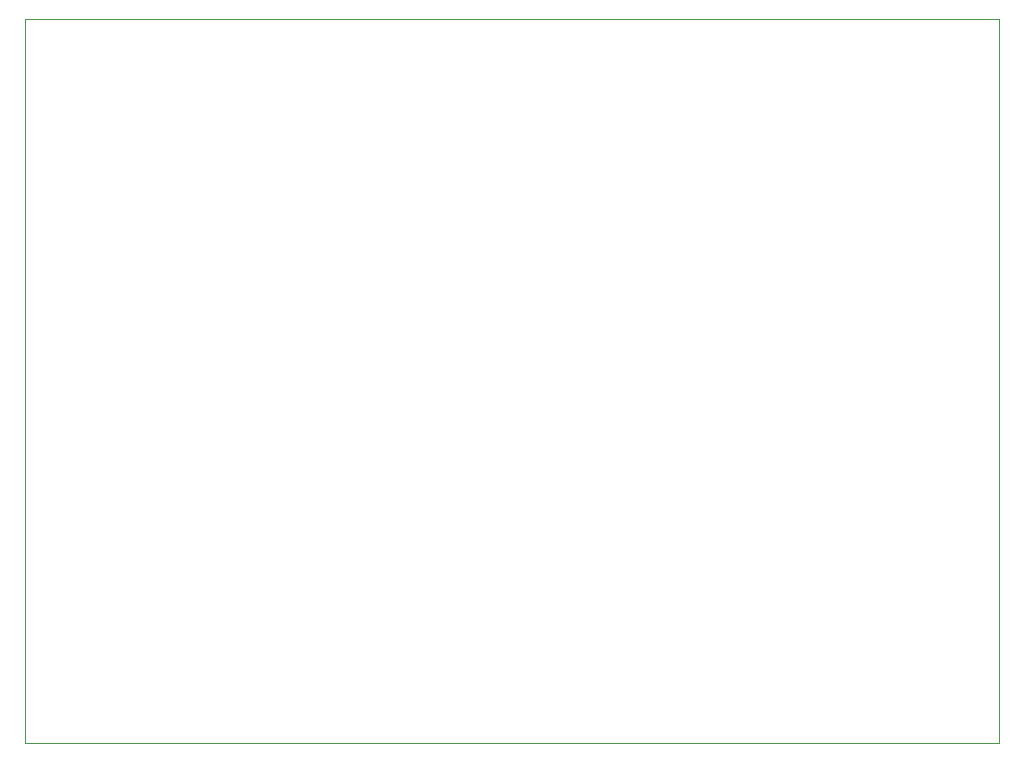
<source format=gbr>
%TF.GenerationSoftware,KiCad,Pcbnew,8.0.4*%
%TF.CreationDate,2024-11-27T12:35:37+01:00*%
%TF.ProjectId,Filtre_V2_FPGA_SMD-SMH_LD,46696c74-7265-45f5-9632-5f465047415f,rev?*%
%TF.SameCoordinates,Original*%
%TF.FileFunction,Profile,NP*%
%FSLAX46Y46*%
G04 Gerber Fmt 4.6, Leading zero omitted, Abs format (unit mm)*
G04 Created by KiCad (PCBNEW 8.0.4) date 2024-11-27 12:35:37*
%MOMM*%
%LPD*%
G01*
G04 APERTURE LIST*
%TA.AperFunction,Profile*%
%ADD10C,0.050000*%
%TD*%
G04 APERTURE END LIST*
D10*
X101300000Y-62800000D02*
X183800000Y-62800000D01*
X183800000Y-124100000D01*
X101300000Y-124100000D01*
X101300000Y-62800000D01*
M02*

</source>
